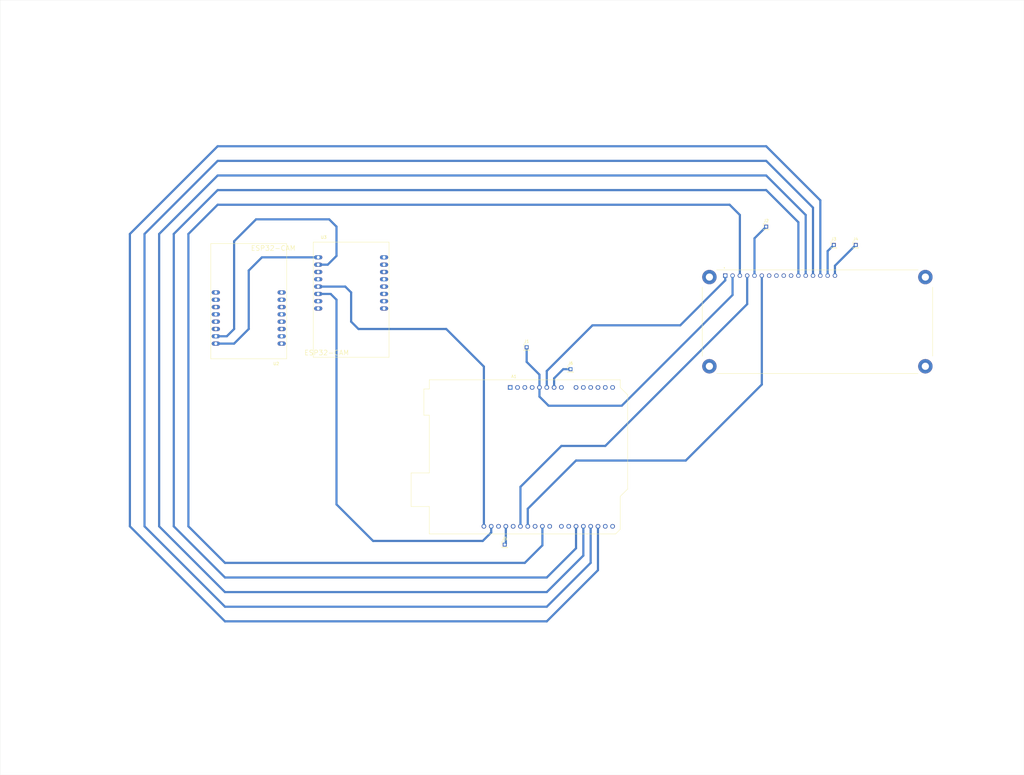
<source format=kicad_pcb>
(kicad_pcb (version 20240108) (generator "pcbnew") (generator_version "8.0")
  (layers (0 "F.Cu" signal) (31 "B.Cu" signal) (34 "B.Paste" user) (35 "F.Paste" user) (36 "B.SilkS" user "B.Silkscreen") (37 "F.SilkS" user "F.Silkscreen") (38 "B.Mask" user) (39 "F.Mask" user) (44 "Edge.Cuts" user))
  (net 0 "")
  (net 1 "Net-(A1-D2)")
  (net 2 "Net-(J5-Pin_1)")
  (net 3 "Net-(A1-D12)")
  (net 5 "Net-(A1-D3)")
  (net 7 "Net-(J6-Pin_1)")
  (net 13 "Net-(A1-D5)")
  (net 17 "Net-(A1-D4)")
  (net 20 "Net-(A1-D11)")
  (net 23 "Net-(U3-IO14)")
  (net 24 "Net-(U3-IO15)")
  (net 27 "Net-(A1-D9)")
  (net 29 "Net-(J2-Pin_1)")
  (net 32 "Net-(J3-Pin_1)")
  (net 35 "GND")
  (net 38 "+5V")
  (net 51 "Net-(J4-Pin_1)")
  (net 61 "Net-(U2-IO16)")
  (net 63 "Net-(U2-3V3)")
  (footprint "Module:Arduino_UNO_R3" (layer "F.Cu") (at 499.87 99.57)
    (property "Reference" "A1" (at 1.27 -3.81 180) (layer "F.SilkS"))
    (property "Value" "Arduino_UNO_R3")
    (fp_line (start -34.42 29.72) (end -34.42 41.4) (stroke (width 0.12)) (layer "F.SilkS"))
    (fp_line (start -34.42 41.4) (end -28.07 41.4) (stroke (width 0.12)) (layer "F.SilkS"))
    (fp_line (start -29.97 0.51) (end -29.97 9.65) (stroke (width 0.12)) (layer "F.SilkS"))
    (fp_line (start -29.97 9.65) (end -28.07 9.65) (stroke (width 0.12)) (layer "F.SilkS"))
    (fp_line (start -28.07 -2.67) (end -28.07 0.51) (stroke (width 0.12)) (layer "F.SilkS"))
    (fp_line (start -28.07 0.51) (end -29.97 0.51) (stroke (width 0.12)) (layer "F.SilkS"))
    (fp_line (start -28.07 9.65) (end -28.07 29.72) (stroke (width 0.12)) (layer "F.SilkS"))
    (fp_line (start -28.07 29.72) (end -34.42 29.72) (stroke (width 0.12)) (layer "F.SilkS"))
    (fp_line (start -28.07 41.4) (end -28.07 50.93) (stroke (width 0.12)) (layer "F.SilkS"))
    (fp_line (start -28.07 50.93) (end 36.58 50.93) (stroke (width 0.12)) (layer "F.SilkS"))
    (fp_line (start 36.58 50.93) (end 38.23 49.28) (stroke (width 0.12)) (layer "F.SilkS"))
    (fp_line (start 38.23 -2.67) (end -28.07 -2.67) (stroke (width 0.12)) (layer "F.SilkS"))
    (fp_line (start 38.23 0) (end 38.23 -2.67) (stroke (width 0.12)) (layer "F.SilkS"))
    (fp_line (start 38.23 37.85) (end 40.77 35.31) (stroke (width 0.12)) (layer "F.SilkS"))
    (fp_line (start 38.23 49.28) (end 38.23 37.85) (stroke (width 0.12)) (layer "F.SilkS"))
    (fp_line (start 40.77 2.54) (end 38.23 0) (stroke (width 0.12)) (layer "F.SilkS"))
    (fp_line (start 40.77 35.31) (end 40.77 2.54) (stroke (width 0.12)) (layer "F.SilkS"))
    (pad "1" thru_hole rect (at 0 0 90) (size 1.6 1.6) (drill 1) (layers "*.Cu" "*.Mask"))
    (pad "2" thru_hole oval (at 2.54 0 90) (size 1.6 1.6) (drill 1) (layers "*.Cu" "*.Mask"))
    (pad "3" thru_hole oval (at 5.08 0 90) (size 1.6 1.6) (drill 1) (layers "*.Cu" "*.Mask"))
    (pad "4" thru_hole oval (at 7.62 0 90) (size 1.6 1.6) (drill 1) (layers "*.Cu" "*.Mask"))
    (pad "5" thru_hole oval (at 10.16 0 90) (size 1.6 1.6) (drill 1) (layers "*.Cu" "*.Mask") (net 38 "+5V"))
    (pad "6" thru_hole oval (at 12.7 0 90) (size 1.6 1.6) (drill 1) (layers "*.Cu" "*.Mask") (net 35 "GND"))
    (pad "7" thru_hole oval (at 15.24 0 90) (size 1.6 1.6) (drill 1) (layers "*.Cu" "*.Mask") (net 7 "Net-(J6-Pin_1)"))
    (pad "8" thru_hole oval (at 17.78 0 90) (size 1.6 1.6) (drill 1) (layers "*.Cu" "*.Mask"))
    (pad "9" thru_hole oval (at 22.86 0 90) (size 1.6 1.6) (drill 1) (layers "*.Cu" "*.Mask"))
    (pad "10" thru_hole oval (at 25.4 0 90) (size 1.6 1.6) (drill 1) (layers "*.Cu" "*.Mask"))
    (pad "11" thru_hole oval (at 27.94 0 90) (size 1.6 1.6) (drill 1) (layers "*.Cu" "*.Mask"))
    (pad "12" thru_hole oval (at 30.48 0 90) (size 1.6 1.6) (drill 1) (layers "*.Cu" "*.Mask"))
    (pad "13" thru_hole oval (at 33.02 0 90) (size 1.6 1.6) (drill 1) (layers "*.Cu" "*.Mask"))
    (pad "14" thru_hole oval (at 35.56 0 90) (size 1.6 1.6) (drill 1) (layers "*.Cu" "*.Mask"))
    (pad "15" thru_hole oval (at 35.56 48.26 90) (size 1.6 1.6) (drill 1) (layers "*.Cu" "*.Mask"))
    (pad "16" thru_hole oval (at 33.02 48.26 90) (size 1.6 1.6) (drill 1) (layers "*.Cu" "*.Mask"))
    (pad "17" thru_hole oval (at 30.48 48.26 90) (size 1.6 1.6) (drill 1) (layers "*.Cu" "*.Mask") (net 1 "Net-(A1-D2)"))
    (pad "18" thru_hole oval (at 27.94 48.26 90) (size 1.6 1.6) (drill 1) (layers "*.Cu" "*.Mask") (net 5 "Net-(A1-D3)"))
    (pad "19" thru_hole oval (at 25.4 48.26 90) (size 1.6 1.6) (drill 1) (layers "*.Cu" "*.Mask") (net 17 "Net-(A1-D4)"))
    (pad "20" thru_hole oval (at 22.86 48.26 90) (size 1.6 1.6) (drill 1) (layers "*.Cu" "*.Mask") (net 13 "Net-(A1-D5)"))
    (pad "21" thru_hole oval (at 20.32 48.26 90) (size 1.6 1.6) (drill 1) (layers "*.Cu" "*.Mask"))
    (pad "22" thru_hole oval (at 17.78 48.26 90) (size 1.6 1.6) (drill 1) (layers "*.Cu" "*.Mask"))
    (pad "23" thru_hole oval (at 13.72 48.26 90) (size 1.6 1.6) (drill 1) (layers "*.Cu" "*.Mask"))
    (pad "24" thru_hole oval (at 11.18 48.26 90) (size 1.6 1.6) (drill 1) (layers "*.Cu" "*.Mask") (net 27 "Net-(A1-D9)"))
    (pad "25" thru_hole oval (at 8.64 48.26 90) (size 1.6 1.6) (drill 1) (layers "*.Cu" "*.Mask"))
    (pad "26" thru_hole oval (at 6.1 48.26 90) (size 1.6 1.6) (drill 1) (layers "*.Cu" "*.Mask") (net 20 "Net-(A1-D11)"))
    (pad "27" thru_hole oval (at 3.56 48.26 90) (size 1.6 1.6) (drill 1) (layers "*.Cu" "*.Mask") (net 3 "Net-(A1-D12)"))
    (pad "28" thru_hole oval (at 1.02 48.26 90) (size 1.6 1.6) (drill 1) (layers "*.Cu" "*.Mask"))
    (pad "29" thru_hole oval (at -1.52 48.26 90) (size 1.6 1.6) (drill 1) (layers "*.Cu" "*.Mask") (net 2 "Net-(J5-Pin_1)"))
    (pad "30" thru_hole oval (at -4.06 48.26 90) (size 1.6 1.6) (drill 1) (layers "*.Cu" "*.Mask"))
    (pad "31" thru_hole oval (at -6.6 48.26 90) (size 1.6 1.6) (drill 1) (layers "*.Cu" "*.Mask") (net 23 "Net-(U3-IO14)"))
    (pad "32" thru_hole oval (at -9.14 48.26 90) (size 1.6 1.6) (drill 1) (layers "*.Cu" "*.Mask") (net 24 "Net-(U3-IO15)"))
  )
  (footprint "Connector_PinHeader_2.00mm:PinHeader_1x01_P2.00mm_Vertical" (layer "F.Cu") (at 497.965 154.18)
    (property "Reference" "J5" (at 0 -2.06 0) (layer "F.SilkS"))
    (property "Value" "Conn_01x01_Pin")
    (fp_line (start -1.06 -1.06) (end 0 -1.06) (stroke (width 0.12)) (layer "F.SilkS"))
    (fp_line (start -1.06 0) (end -1.06 -1.06) (stroke (width 0.12)) (layer "F.SilkS"))
    (fp_line (start -1.06 1) (end -1.06 1.06) (stroke (width 0.12)) (layer "F.SilkS"))
    (fp_line (start -1.06 1) (end 1.06 1) (stroke (width 0.12)) (layer "F.SilkS"))
    (fp_line (start -1.06 1.06) (end 1.06 1.06) (stroke (width 0.12)) (layer "F.SilkS"))
    (fp_line (start 1.06 1) (end 1.06 1.06) (stroke (width 0.12)) (layer "F.SilkS"))
    (pad "1" thru_hole rect (at 0 0) (size 1.35 1.35) (drill 0.8) (layers "*.Cu" "*.Mask") (net 2 "Net-(J5-Pin_1)"))
  )
  (footprint "ESP32-CAM:ESP32-CAM" (layer "F.Cu") (at 444.625 64.52)
    (property "Reference" "U3" (at -9.525 -17.145 360) (layer "F.SilkS"))
    (property "Value" "ESP32-CAM")
    (fp_line (start -13.16 -15.43) (end 13.16 -15.43) (stroke (width 0.127)) (layer "F.SilkS"))
    (fp_line (start -13.16 24.57) (end -13.16 -15.43) (stroke (width 0.127)) (layer "F.SilkS"))
    (fp_line (start 13.16 -15.43) (end 13.16 24.57) (stroke (width 0.127)) (layer "F.SilkS"))
    (fp_line (start 13.16 24.57) (end -13.16 24.57) (stroke (width 0.127)) (layer "F.SilkS"))
    (fp_text user "ESP32-CAM" (at -8.5 23 360) (layer "F.SilkS") (effects (font (size 1.72 1.72))))
    (pad "P$1" thru_hole oval (at -11.43 -10.16) (size 2.8448 1.4224) (drill 1) (layers "*.Cu" "*.Mask") (net 63 "Net-(U2-3V3)"))
    (pad "P$2" thru_hole oval (at -11.43 -7.62) (size 2.8448 1.4224) (drill 1) (layers "*.Cu" "*.Mask") (net 61 "Net-(U2-IO16)"))
    (pad "P$3" thru_hole oval (at -11.43 -5.08) (size 2.8448 1.4224) (drill 1) (layers "*.Cu" "*.Mask"))
    (pad "P$4" thru_hole oval (at -11.43 -2.54) (size 2.8448 1.4224) (drill 1) (layers "*.Cu" "*.Mask"))
    (pad "P$5" thru_hole oval (at -11.43 0) (size 2.8448 1.4224) (drill 1) (layers "*.Cu" "*.Mask") (net 24 "Net-(U3-IO15)"))
    (pad "P$6" thru_hole oval (at -11.43 2.54) (size 2.8448 1.4224) (drill 1) (layers "*.Cu" "*.Mask") (net 23 "Net-(U3-IO14)"))
    (pad "P$7" thru_hole oval (at -11.43 5.08) (size 2.8448 1.4224) (drill 1) (layers "*.Cu" "*.Mask"))
    (pad "P$8" thru_hole oval (at -11.43 7.62) (size 2.8448 1.4224) (drill 1) (layers "*.Cu" "*.Mask"))
    (pad "P$9" thru_hole oval (at 11.43 7.62) (size 2.8448 1.4224) (drill 1) (layers "*.Cu" "*.Mask"))
    (pad "P$10" thru_hole oval (at 11.43 5.08) (size 2.8448 1.4224) (drill 1) (layers "*.Cu" "*.Mask"))
    (pad "P$11" thru_hole oval (at 11.43 2.54) (size 2.8448 1.4224) (drill 1) (layers "*.Cu" "*.Mask"))
    (pad "P$12" thru_hole oval (at 11.43 0) (size 2.8448 1.4224) (drill 1) (layers "*.Cu" "*.Mask"))
    (pad "P$13" thru_hole oval (at 11.43 -2.54) (size 2.8448 1.4224) (drill 1) (layers "*.Cu" "*.Mask"))
    (pad "P$14" thru_hole oval (at 11.43 -5.08) (size 2.8448 1.4224) (drill 1) (layers "*.Cu" "*.Mask"))
    (pad "P$15" thru_hole oval (at 11.43 -7.62) (size 2.8448 1.4224) (drill 1) (layers "*.Cu" "*.Mask"))
    (pad "P$16" thru_hole oval (at 11.43 -10.16) (size 2.8448 1.4224) (drill 1) (layers "*.Cu" "*.Mask"))
  )
  (footprint "LCD 16x4(16x2) Display:LCD_LCD2X16" (layer "F.Cu") (at 606.55 76.71)
    (property "Reference" "U1" (hide yes))
    (property "Value" "LCD2X16")
    (fp_line (start -40 12) (end -40 -12) (stroke (width 0.127)) (layer "F.SilkS"))
    (fp_line (start -35 -18) (end 35 -18) (stroke (width 0.127)) (layer "F.SilkS"))
    (fp_line (start 35 18) (end -35 18) (stroke (width 0.127)) (layer "F.SilkS"))
    (fp_line (start 40 -12) (end 40 12) (stroke (width 0.127)) (layer "F.SilkS"))
    (fp_circle (center -32.3 -18.7) (end -32.2 -18.7) (stroke (width 0.2)) (fill none) (layer "F.SilkS"))
    (pad "1" thru_hole rect (at -32 -16) (size 1.508 1.508) (drill 1) (layers "*.Cu" "*.Mask") (net 35 "GND"))
    (pad "2" thru_hole circle (at -29.46 -16) (size 1.508 1.508) (drill 1) (layers "*.Cu" "*.Mask") (net 38 "+5V"))
    (pad "3" thru_hole circle (at -26.92 -16) (size 1.508 1.508) (drill 1) (layers "*.Cu" "*.Mask") (net 27 "Net-(A1-D9)"))
    (pad "4" thru_hole circle (at -24.38 -16) (size 1.508 1.508) (drill 1) (layers "*.Cu" "*.Mask") (net 3 "Net-(A1-D12)"))
    (pad "5" thru_hole circle (at -21.84 -16) (size 1.508 1.508) (drill 1) (layers "*.Cu" "*.Mask") (net 29 "Net-(J2-Pin_1)"))
    (pad "6" thru_hole circle (at -19.3 -16) (size 1.508 1.508) (drill 1) (layers "*.Cu" "*.Mask") (net 20 "Net-(A1-D11)"))
    (pad "7" thru_hole circle (at -16.76 -16) (size 1.508 1.508) (drill 1) (layers "*.Cu" "*.Mask"))
    (pad "8" thru_hole circle (at -14.22 -16) (size 1.508 1.508) (drill 1) (layers "*.Cu" "*.Mask"))
    (pad "9" thru_hole circle (at -11.68 -16) (size 1.508 1.508) (drill 1) (layers "*.Cu" "*.Mask"))
    (pad "10" thru_hole circle (at -9.14 -16) (size 1.508 1.508) (drill 1) (layers "*.Cu" "*.Mask"))
    (pad "11" thru_hole circle (at -6.6 -16) (size 1.508 1.508) (drill 1) (layers "*.Cu" "*.Mask") (net 13 "Net-(A1-D5)"))
    (pad "12" thru_hole circle (at -4.06 -16) (size 1.508 1.508) (drill 1) (layers "*.Cu" "*.Mask") (net 17 "Net-(A1-D4)"))
    (pad "13" thru_hole circle (at -1.52 -16) (size 1.508 1.508) (drill 1) (layers "*.Cu" "*.Mask") (net 5 "Net-(A1-D3)"))
    (pad "14" thru_hole circle (at 1.02 -16) (size 1.508 1.508) (drill 1) (layers "*.Cu" "*.Mask") (net 1 "Net-(A1-D2)"))
    (pad "15" thru_hole circle (at 3.56 -16) (size 1.508 1.508) (drill 1) (layers "*.Cu" "*.Mask") (net 32 "Net-(J3-Pin_1)"))
    (pad "16" thru_hole circle (at 6.1 -16) (size 1.508 1.508) (drill 1) (layers "*.Cu" "*.Mask") (net 51 "Net-(J4-Pin_1)"))
    (pad "S1" thru_hole circle (at -37.5 -15.5) (size 5 5) (drill 2.5) (layers "*.Cu" "*.Mask"))
    (pad "S2" thru_hole circle (at 37.5 -15.5) (size 5 5) (drill 2.5) (layers "*.Cu" "*.Mask"))
    (pad "S3" thru_hole circle (at 37.5 15.5) (size 5 5) (drill 2.5) (layers "*.Cu" "*.Mask"))
    (pad "S4" thru_hole circle (at -37.5 15.5) (size 5 5) (drill 2.5) (layers "*.Cu" "*.Mask"))
  )
  (footprint "Connector_PinHeader_2.00mm:PinHeader_1x01_P2.00mm_Vertical" (layer "F.Cu") (at 588.77 43.69)
    (property "Reference" "J2" (at 0 -2.06 0) (layer "F.SilkS"))
    (property "Value" "Conn_01x01_Pin")
    (fp_line (start -1.06 -1.06) (end 0 -1.06) (stroke (width 0.12)) (layer "F.SilkS"))
    (fp_line (start -1.06 0) (end -1.06 -1.06) (stroke (width 0.12)) (layer "F.SilkS"))
    (fp_line (start -1.06 1) (end -1.06 1.06) (stroke (width 0.12)) (layer "F.SilkS"))
    (fp_line (start -1.06 1) (end 1.06 1) (stroke (width 0.12)) (layer "F.SilkS"))
    (fp_line (start -1.06 1.06) (end 1.06 1.06) (stroke (width 0.12)) (layer "F.SilkS"))
    (fp_line (start 1.06 1) (end 1.06 1.06) (stroke (width 0.12)) (layer "F.SilkS"))
    (pad "1" thru_hole rect (at 0 0) (size 1.35 1.35) (drill 0.8) (layers "*.Cu" "*.Mask") (net 29 "Net-(J2-Pin_1)"))
  )
  (footprint "ESP32-CAM:ESP32-CAM" (layer "F.Cu") (at 409.065 74.17 180)
    (property "Reference" "U2" (at -9.525 -17.145 360) (layer "F.SilkS"))
    (property "Value" "ESP32-CAM")
    (fp_line (start 13.16 24.57) (end -13.16 24.57) (stroke (width 0.127)) (layer "F.SilkS"))
    (fp_line (start 13.16 -15.43) (end 13.16 24.57) (stroke (width 0.127)) (layer "F.SilkS"))
    (fp_line (start -13.16 24.57) (end -13.16 -15.43) (stroke (width 0.127)) (layer "F.SilkS"))
    (fp_line (start -13.16 -15.43) (end 13.16 -15.43) (stroke (width 0.127)) (layer "F.SilkS"))
    (fp_text user "ESP32-CAM" (at -8.5 23 360) (layer "F.SilkS") (effects (font (size 1.72 1.72))))
    (pad "P$1" thru_hole oval (at -11.43 -10.16 180) (size 2.8448 1.4224) (drill 1) (layers "*.Cu" "*.Mask"))
    (pad "P$2" thru_hole oval (at -11.43 -7.62 180) (size 2.8448 1.4224) (drill 1) (layers "*.Cu" "*.Mask"))
    (pad "P$3" thru_hole oval (at -11.43 -5.08 180) (size 2.8448 1.4224) (drill 1) (layers "*.Cu" "*.Mask"))
    (pad "P$4" thru_hole oval (at -11.43 -2.54 180) (size 2.8448 1.4224) (drill 1) (layers "*.Cu" "*.Mask"))
    (pad "P$5" thru_hole oval (at -11.43 0 180) (size 2.8448 1.4224) (drill 1) (layers "*.Cu" "*.Mask"))
    (pad "P$6" thru_hole oval (at -11.43 2.54 180) (size 2.8448 1.4224) (drill 1) (layers "*.Cu" "*.Mask"))
    (pad "P$7" thru_hole oval (at -11.43 5.08 180) (size 2.8448 1.4224) (drill 1) (layers "*.Cu" "*.Mask"))
    (pad "P$8" thru_hole oval (at -11.43 7.62 180) (size 2.8448 1.4224) (drill 1) (layers "*.Cu" "*.Mask"))
    (pad "P$9" thru_hole oval (at 11.43 7.62 180) (size 2.8448 1.4224) (drill 1) (layers "*.Cu" "*.Mask"))
    (pad "P$10" thru_hole oval (at 11.43 5.08 180) (size 2.8448 1.4224) (drill 1) (layers "*.Cu" "*.Mask"))
    (pad "P$11" thru_hole oval (at 11.43 2.54 180) (size 2.8448 1.4224) (drill 1) (layers "*.Cu" "*.Mask"))
    (pad "P$12" thru_hole oval (at 11.43 0 180) (size 2.8448 1.4224) (drill 1) (layers "*.Cu" "*.Mask"))
    (pad "P$13" thru_hole oval (at 11.43 -2.54 180) (size 2.8448 1.4224) (drill 1) (layers "*.Cu" "*.Mask"))
    (pad "P$14" thru_hole oval (at 11.43 -5.08 180) (size 2.8448 1.4224) (drill 1) (layers "*.Cu" "*.Mask"))
    (pad "P$15" thru_hole oval (at 11.43 -7.62 180) (size 2.8448 1.4224) (drill 1) (layers "*.Cu" "*.Mask") (net 61 "Net-(U2-IO16)"))
    (pad "P$16" thru_hole oval (at 11.43 -10.16 180) (size 2.8448 1.4224) (drill 1) (layers "*.Cu" "*.Mask") (net 63 "Net-(U2-3V3)"))
  )
  (footprint "Connector_PinHeader_2.00mm:PinHeader_1x01_P2.00mm_Vertical" (layer "F.Cu") (at 520.825 93.22)
    (property "Reference" "J6" (at 0 -2.06 0) (layer "F.SilkS"))
    (property "Value" "Conn_01x01_Pin")
    (fp_line (start -1.06 -1.06) (end 0 -1.06) (stroke (width 0.12)) (layer "F.SilkS"))
    (fp_line (start -1.06 0) (end -1.06 -1.06) (stroke (width 0.12)) (layer "F.SilkS"))
    (fp_line (start -1.06 1) (end -1.06 1.06) (stroke (width 0.12)) (layer "F.SilkS"))
    (fp_line (start -1.06 1) (end 1.06 1) (stroke (width 0.12)) (layer "F.SilkS"))
    (fp_line (start -1.06 1.06) (end 1.06 1.06) (stroke (width 0.12)) (layer "F.SilkS"))
    (fp_line (start 1.06 1) (end 1.06 1.06) (stroke (width 0.12)) (layer "F.SilkS"))
    (pad "1" thru_hole rect (at 0 0) (size 1.35 1.35) (drill 0.8) (layers "*.Cu" "*.Mask") (net 7 "Net-(J6-Pin_1)"))
  )
  (footprint "Connector_PinHeader_2.00mm:PinHeader_1x01_P2.00mm_Vertical" (layer "F.Cu") (at 612.265 50.04)
    (property "Reference" "J3" (at 0 -2.06 0) (layer "F.SilkS"))
    (property "Value" "Conn_01x01_Pin")
    (fp_line (start -1.06 -1.06) (end 0 -1.06) (stroke (width 0.12)) (layer "F.SilkS"))
    (fp_line (start -1.06 0) (end -1.06 -1.06) (stroke (width 0.12)) (layer "F.SilkS"))
    (fp_line (start -1.06 1) (end -1.06 1.06) (stroke (width 0.12)) (layer "F.SilkS"))
    (fp_line (start -1.06 1) (end 1.06 1) (stroke (width 0.12)) (layer "F.SilkS"))
    (fp_line (start -1.06 1.06) (end 1.06 1.06) (stroke (width 0.12)) (layer "F.SilkS"))
    (fp_line (start 1.06 1) (end 1.06 1.06) (stroke (width 0.12)) (layer "F.SilkS"))
    (pad "1" thru_hole rect (at 0 0) (size 1.35 1.35) (drill 0.8) (layers "*.Cu" "*.Mask") (net 32 "Net-(J3-Pin_1)"))
  )
  (footprint "Connector_PinHeader_2.00mm:PinHeader_1x01_P2.00mm_Vertical" (layer "F.Cu") (at 619.885 50.04)
    (property "Reference" "J4" (at 0 -2.06 0) (layer "F.SilkS"))
    (property "Value" "Conn_01x01_Pin")
    (fp_line (start -1.06 -1.06) (end 0 -1.06) (stroke (width 0.12)) (layer "F.SilkS"))
    (fp_line (start -1.06 0) (end -1.06 -1.06) (stroke (width 0.12)) (layer "F.SilkS"))
    (fp_line (start -1.06 1) (end -1.06 1.06) (stroke (width 0.12)) (layer "F.SilkS"))
    (fp_line (start -1.06 1) (end 1.06 1) (stroke (width 0.12)) (layer "F.SilkS"))
    (fp_line (start -1.06 1.06) (end 1.06 1.06) (stroke (width 0.12)) (layer "F.SilkS"))
    (fp_line (start 1.06 1) (end 1.06 1.06) (stroke (width 0.12)) (layer "F.SilkS"))
    (pad "1" thru_hole rect (at 0 0) (size 1.35 1.35) (drill 0.8) (layers "*.Cu" "*.Mask") (net 51 "Net-(J4-Pin_1)"))
  )
  (footprint "Connector_PinHeader_2.00mm:PinHeader_1x01_P2.00mm_Vertical" (layer "F.Cu") (at 505.585 85.6)
    (property "Reference" "J1" (at 0 -2.06 0) (layer "F.SilkS"))
    (property "Value" "Conn_01x01_Pin")
    (fp_line (start -1.06 -1.06) (end 0 -1.06) (stroke (width 0.12)) (layer "F.SilkS"))
    (fp_line (start -1.06 0) (end -1.06 -1.06) (stroke (width 0.12)) (layer "F.SilkS"))
    (fp_line (start -1.06 1) (end -1.06 1.06) (stroke (width 0.12)) (layer "F.SilkS"))
    (fp_line (start -1.06 1) (end 1.06 1) (stroke (width 0.12)) (layer "F.SilkS"))
    (fp_line (start -1.06 1.06) (end 1.06 1.06) (stroke (width 0.12)) (layer "F.SilkS"))
    (fp_line (start 1.06 1) (end 1.06 1.06) (stroke (width 0.12)) (layer "F.SilkS"))
    (pad "1" thru_hole rect (at 0 0) (size 1.35 1.35) (drill 0.8) (layers "*.Cu" "*.Mask") (net 38 "+5V"))
  )
  (gr_rect (start 322.705 -35.05) (end 678.305 234.19) (stroke (width 0.05)) (fill none) (layer "Edge.Cuts"))
  (segment (start 607.57 34.55) (end 588.77 15.75) (width 0.76) (layer "B.Cu") (net 1))
  (segment (start 607.57 60.71) (end 607.57 34.55) (width 0.76) (layer "B.Cu") (net 1))
  (segment (start 400.81 180.85) (end 512.57 180.85) (width 0.76) (layer "B.Cu") (net 1))
  (segment (start 588.77 15.75) (end 398.27 15.75) (width 0.76) (layer "B.Cu") (net 1))
  (segment (start 367.79 147.83) (end 400.81 180.85) (width 0.76) (layer "B.Cu") (net 1))
  (segment (start 398.27 15.75) (end 367.79 46.23) (width 0.76) (layer "B.Cu") (net 1))
  (segment (start 367.79 46.23) (end 367.79 147.83) (width 0.76) (layer "B.Cu") (net 1))
  (segment (start 512.57 180.85) (end 530.35 163.07) (width 0.76) (layer "B.Cu") (net 1))
  (segment (start 530.35 163.07) (end 530.35 147.83) (width 0.76) (layer "B.Cu") (net 1))
  (segment (start 498.35 147.83) (end 498.35 153.795) (width 0.76) (layer "B.Cu") (net 2))
  (segment (start 498.35 153.795) (end 497.965 154.18) (width 0.76) (layer "B.Cu") (net 2))
  (segment (start 582.17 70.61) (end 532.89 119.89) (width 0.76) (layer "B.Cu") (net 3))
  (segment (start 582.17 60.71) (end 582.17 70.61) (width 0.76) (layer "B.Cu") (net 3))
  (segment (start 532.89 119.89) (end 517.65 119.89) (width 0.76) (layer "B.Cu") (net 3))
  (segment (start 503.43 134.11) (end 503.43 147.83) (width 0.76) (layer "B.Cu") (net 3))
  (segment (start 517.65 119.89) (end 503.43 134.11) (width 0.76) (layer "B.Cu") (net 3))
  (segment (start 605.03 60.71) (end 605.03 37.09) (width 0.76) (layer "B.Cu") (net 5))
  (segment (start 372.87 46.23) (end 372.87 147.83) (width 0.76) (layer "B.Cu") (net 5))
  (segment (start 398.27 20.83) (end 372.87 46.23) (width 0.76) (layer "B.Cu") (net 5))
  (segment (start 372.87 147.83) (end 400.81 175.77) (width 0.76) (layer "B.Cu") (net 5))
  (segment (start 400.81 175.77) (end 512.57 175.77) (width 0.76) (layer "B.Cu") (net 5))
  (segment (start 605.03 37.09) (end 588.77 20.83) (width 0.76) (layer "B.Cu") (net 5))
  (segment (start 527.81 160.53) (end 527.81 147.83) (width 0.76) (layer "B.Cu") (net 5))
  (segment (start 512.57 175.77) (end 527.81 160.53) (width 0.76) (layer "B.Cu") (net 5))
  (segment (start 588.77 20.83) (end 398.27 20.83) (width 0.76) (layer "B.Cu") (net 5))
  (segment (start 515.11 99.57) (end 515.11 96.395) (width 0.76) (layer "B.Cu") (net 7))
  (segment (start 518.285 93.22) (end 520.825 93.22) (width 0.76) (layer "B.Cu") (net 7))
  (segment (start 515.11 96.395) (end 518.285 93.22) (width 0.76) (layer "B.Cu") (net 7))
  (segment (start 588.77 30.99) (end 398.27 30.99) (width 0.76) (layer "B.Cu") (net 13))
  (segment (start 400.81 165.61) (end 512.57 165.61) (width 0.76) (layer "B.Cu") (net 13))
  (segment (start 383.03 46.23) (end 383.03 147.83) (width 0.76) (layer "B.Cu") (net 13))
  (segment (start 599.95 42.17) (end 588.77 30.99) (width 0.76) (layer "B.Cu") (net 13))
  (segment (start 383.03 147.83) (end 400.81 165.61) (width 0.76) (layer "B.Cu") (net 13))
  (segment (start 398.27 30.99) (end 383.03 46.23) (width 0.76) (layer "B.Cu") (net 13))
  (segment (start 599.95 60.71) (end 599.95 42.17) (width 0.76) (layer "B.Cu") (net 13))
  (segment (start 512.57 165.61) (end 522.73 155.45) (width 0.76) (layer "B.Cu") (net 13))
  (segment (start 522.73 155.45) (end 522.73 147.83) (width 0.76) (layer "B.Cu") (net 13))
  (segment (start 377.95 46.23) (end 377.95 147.83) (width 0.76) (layer "B.Cu") (net 17))
  (segment (start 400.81 170.69) (end 512.57 170.69) (width 0.76) (layer "B.Cu") (net 17))
  (segment (start 398.27 25.91) (end 377.95 46.23) (width 0.76) (layer "B.Cu") (net 17))
  (segment (start 602.49 60.71) (end 602.49 39.63) (width 0.76) (layer "B.Cu") (net 17))
  (segment (start 512.57 170.69) (end 525.27 157.99) (width 0.76) (layer "B.Cu") (net 17))
  (segment (start 602.49 39.63) (end 588.77 25.91) (width 0.76) (layer "B.Cu") (net 17))
  (segment (start 588.77 25.91) (end 398.27 25.91) (width 0.76) (layer "B.Cu") (net 17))
  (segment (start 525.27 157.99) (end 525.27 147.83) (width 0.76) (layer "B.Cu") (net 17))
  (segment (start 377.95 147.83) (end 400.81 170.69) (width 0.76) (layer "B.Cu") (net 17))
  (segment (start 587.25 60.71) (end 587.25 98.55) (width 0.76) (layer "B.Cu") (net 20))
  (segment (start 560.83 124.97) (end 522.73 124.97) (width 0.76) (layer "B.Cu") (net 20))
  (segment (start 505.97 141.73) (end 505.97 147.83) (width 0.76) (layer "B.Cu") (net 20))
  (segment (start 587.25 98.55) (end 560.83 124.97) (width 0.76) (layer "B.Cu") (net 20))
  (segment (start 522.73 124.97) (end 505.97 141.73) (width 0.76) (layer "B.Cu") (net 20))
  (segment (start 490.345 152.91) (end 493.27 149.985) (width 0.76) (layer "B.Cu") (net 23))
  (segment (start 439.545 140.21) (end 452.245 152.91) (width 0.76) (layer "B.Cu") (net 23))
  (segment (start 493.27 149.985) (end 493.27 147.83) (width 0.76) (layer "B.Cu") (net 23))
  (segment (start 452.245 152.91) (end 490.345 152.91) (width 0.76) (layer "B.Cu") (net 23))
  (segment (start 433.195 67.06) (end 437.515 67.06) (width 0.76) (layer "B.Cu") (net 23))
  (segment (start 439.545 69.09) (end 439.545 140.21) (width 0.76) (layer "B.Cu") (net 23))
  (segment (start 437.515 67.06) (end 439.545 69.09) (width 0.76) (layer "B.Cu") (net 23))
  (segment (start 444.625 66.55) (end 444.625 76.71) (width 0.76) (layer "B.Cu") (net 24))
  (segment (start 447.165 79.25) (end 477.645 79.25) (width 0.76) (layer "B.Cu") (net 24))
  (segment (start 490.73 92.335) (end 490.73 147.83) (width 0.76) (layer "B.Cu") (net 24))
  (segment (start 442.595 64.52) (end 444.625 66.55) (width 0.76) (layer "B.Cu") (net 24))
  (segment (start 433.195 64.52) (end 442.595 64.52) (width 0.76) (layer "B.Cu") (net 24))
  (segment (start 444.625 76.71) (end 447.165 79.25) (width 0.76) (layer "B.Cu") (net 24))
  (segment (start 477.645 79.25) (end 490.73 92.335) (width 0.76) (layer "B.Cu") (net 24))
  (segment (start 400.81 160.53) (end 504.95 160.53) (width 0.76) (layer "B.Cu") (net 27))
  (segment (start 576.07 36.07) (end 398.27 36.07) (width 0.76) (layer "B.Cu") (net 27))
  (segment (start 511.05 154.43) (end 511.05 147.83) (width 0.76) (layer "B.Cu") (net 27))
  (segment (start 579.63 39.63) (end 576.07 36.07) (width 0.76) (layer "B.Cu") (net 27))
  (segment (start 388.11 147.83) (end 400.81 160.53) (width 0.76) (layer "B.Cu") (net 27))
  (segment (start 398.27 36.07) (end 388.11 46.23) (width 0.76) (layer "B.Cu") (net 27))
  (segment (start 579.63 60.71) (end 579.63 39.63) (width 0.76) (layer "B.Cu") (net 27))
  (segment (start 504.95 160.53) (end 511.05 154.43) (width 0.76) (layer "B.Cu") (net 27))
  (segment (start 388.11 46.23) (end 388.11 147.83) (width 0.76) (layer "B.Cu") (net 27))
  (segment (start 584.71 47.75) (end 588.77 43.69) (width 0.76) (layer "B.Cu") (net 29))
  (segment (start 584.71 60.71) (end 584.71 47.75) (width 0.76) (layer "B.Cu") (net 29))
  (segment (start 610.11 52.195) (end 612.265 50.04) (width 0.76) (layer "B.Cu") (net 32))
  (segment (start 610.11 60.71) (end 610.11 52.195) (width 0.76) (layer "B.Cu") (net 32))
  (segment (start 512.57 93.855) (end 528.445 77.98) (width 0.76) (layer "B.Cu") (net 35))
  (segment (start 512.57 99.57) (end 512.57 93.855) (width 0.76) (layer "B.Cu") (net 35))
  (segment (start 574.55 62.355) (end 574.55 60.71) (width 0.76) (layer "B.Cu") (net 35))
  (segment (start 528.445 77.98) (end 558.925 77.98) (width 0.76) (layer "B.Cu") (net 35))
  (segment (start 558.925 77.98) (end 574.55 62.355) (width 0.76) (layer "B.Cu") (net 35))
  (segment (start 510.03 102.745) (end 510.03 99.57) (width 0.76) (layer "B.Cu") (net 38))
  (segment (start 577.09 60.71) (end 577.09 67.435) (width 0.76) (layer "B.Cu") (net 38))
  (segment (start 505.585 90.68) (end 505.585 85.6) (width 0.76) (layer "B.Cu") (net 38))
  (segment (start 577.09 67.435) (end 538.605 105.92) (width 0.76) (layer "B.Cu") (net 38))
  (segment (start 538.605 105.92) (end 513.205 105.92) (width 0.76) (layer "B.Cu") (net 38))
  (segment (start 510.03 95.125) (end 505.585 90.68) (width 0.76) (layer "B.Cu") (net 38))
  (segment (start 513.205 105.92) (end 510.03 102.745) (width 0.76) (layer "B.Cu") (net 38))
  (segment (start 510.03 99.57) (end 510.03 95.125) (width 0.76) (layer "B.Cu") (net 38))
  (segment (start 612.65 57.275) (end 619.885 50.04) (width 0.76) (layer "B.Cu") (net 51))
  (segment (start 612.65 60.71) (end 612.65 57.275) (width 0.76) (layer "B.Cu") (net 51))
  (segment (start 403.985 48.77) (end 411.605 41.15) (width 0.76) (layer "B.Cu") (net 61))
  (segment (start 439.545 53.85) (end 436.495 56.9) (width 0.76) (layer "B.Cu") (net 61))
  (segment (start 436.495 56.9) (end 433.195 56.9) (width 0.76) (layer "B.Cu") (net 61))
  (segment (start 411.605 41.15) (end 437.005 41.15) (width 0.76) (layer "B.Cu") (net 61))
  (segment (start 439.545 43.69) (end 439.545 53.85) (width 0.76) (layer "B.Cu") (net 61))
  (segment (start 397.635 81.79) (end 401.445 81.79) (width 0.76) (layer "B.Cu") (net 61))
  (segment (start 403.985 79.25) (end 403.985 48.77) (width 0.76) (layer "B.Cu") (net 61))
  (segment (start 437.005 41.15) (end 439.545 43.69) (width 0.76) (layer "B.Cu") (net 61))
  (segment (start 401.445 81.79) (end 403.985 79.25) (width 0.76) (layer "B.Cu") (net 61))
  (segment (start 403.985 84.33) (end 409.065 79.25) (width 0.76) (layer "B.Cu") (net 63))
  (segment (start 413.635 54.36) (end 433.195 54.36) (width 0.76) (layer "B.Cu") (net 63))
  (segment (start 409.065 79.25) (end 409.065 58.93) (width 0.76) (layer "B.Cu") (net 63))
  (segment (start 397.635 84.33) (end 403.985 84.33) (width 0.76) (layer "B.Cu") (net 63))
  (segment (start 409.065 58.93) (end 413.635 54.36) (width 0.76) (layer "B.Cu") (net 63))
)
</source>
